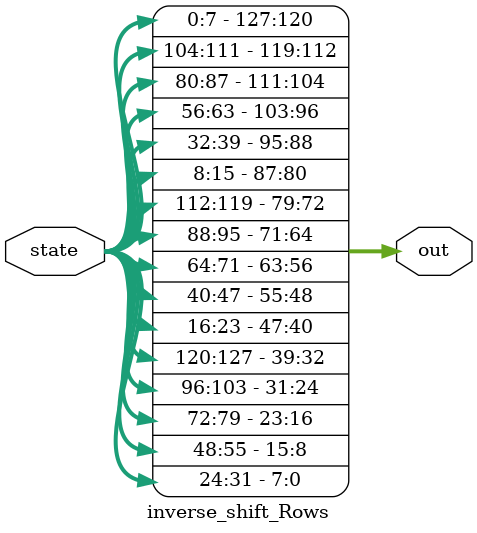
<source format=v>
module ShiftRows (input [0:127] state ,output wire [0:127] out  );
    //first row
  	assign out[0:7]=state[0:7];
  	assign out[32:39]=state[32:39];
  	assign out[64:71]=state[64:71];
  	assign out[96:103]=state[96:103];
    //second row
  	assign out[8:15]=state[40:47];
  	assign out[40:47]=state[72:79];
 	assign out[72:79]=state[104:111];
    assign out[104:111]=state[8:15];
    //third row
  assign out[80:87]=state[16:23];
  assign out[112:119]=state[48:55];
  assign out[16:23]=state[80:87];
    assign out[48:55]=state[112:119];
    //fourth row
  assign out[24:31]=state[120:127];
  assign out[56:63]=state[24:31];
  assign out[88:95]=state[56:63];
  assign out[120:127]=state[88:95];
endmodule

module inverse_shift_Rows(input [0:127] state ,output wire [0:127] out);
    //first row
  assign out[0:7]=state[0:7];
  assign out[32:39]=state[32:39];
  assign out[64:71]=state[64:71];
  assign out[96:103]=state[96:103];
    //second row
  assign out[8:15]=state[104:111];
  assign out[40:47]=state[8:15];
  assign out[72:79]=state[40:47];
  assign out[104:111]=state[72:79];
    //third row
  assign out[16:23]=state[80:87];
  assign out[48:55]=state[112:119];
  assign out[80:87]=state[16:23];
    assign out[112:119]=state[48:55];
    //fourth row
  assign out[24:31]=state[56:63];
  assign out[56:63]=state[88:95];
  assign out[88:95]=state[120:127];
    assign out[120:127]=state[24:31];
endmodule

</source>
